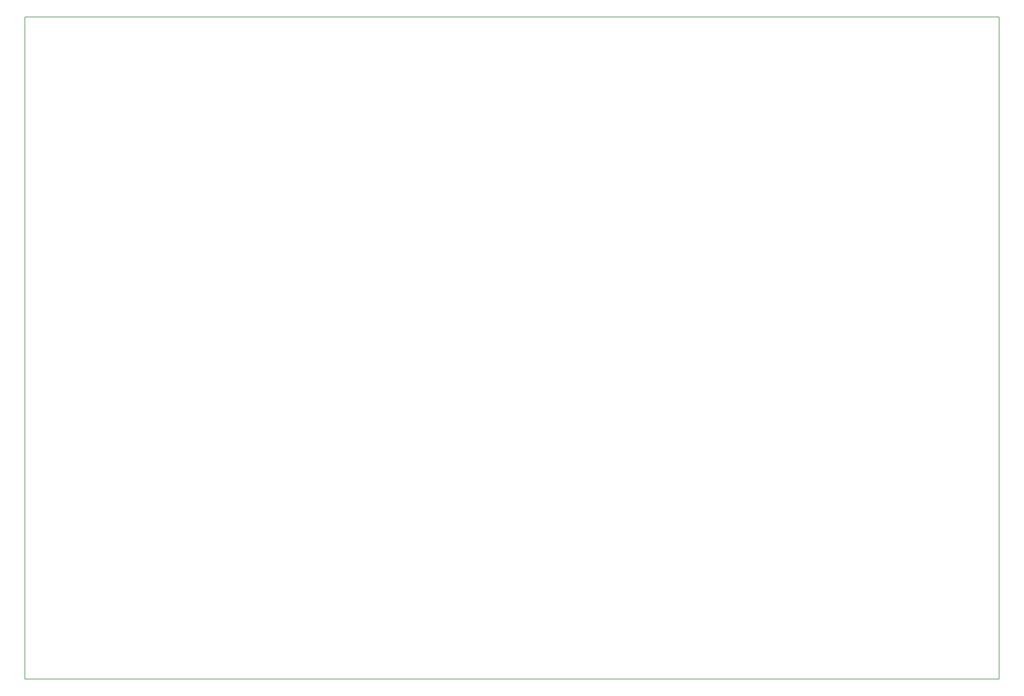
<source format=gm1>
%TF.GenerationSoftware,KiCad,Pcbnew,8.0.6*%
%TF.CreationDate,2024-11-12T14:43:37+00:00*%
%TF.ProjectId,A4,41342e6b-6963-4616-945f-706362585858,rev?*%
%TF.SameCoordinates,Original*%
%TF.FileFunction,Profile,NP*%
%FSLAX46Y46*%
G04 Gerber Fmt 4.6, Leading zero omitted, Abs format (unit mm)*
G04 Created by KiCad (PCBNEW 8.0.6) date 2024-11-12 14:43:37*
%MOMM*%
%LPD*%
G01*
G04 APERTURE LIST*
%TA.AperFunction,Profile*%
%ADD10C,0.200000*%
%TD*%
G04 APERTURE END LIST*
D10*
X25000000Y-25000000D02*
X297000000Y-25000000D01*
X297000000Y-210000000D01*
X25000000Y-210000000D01*
X25000000Y-25000000D01*
M02*

</source>
